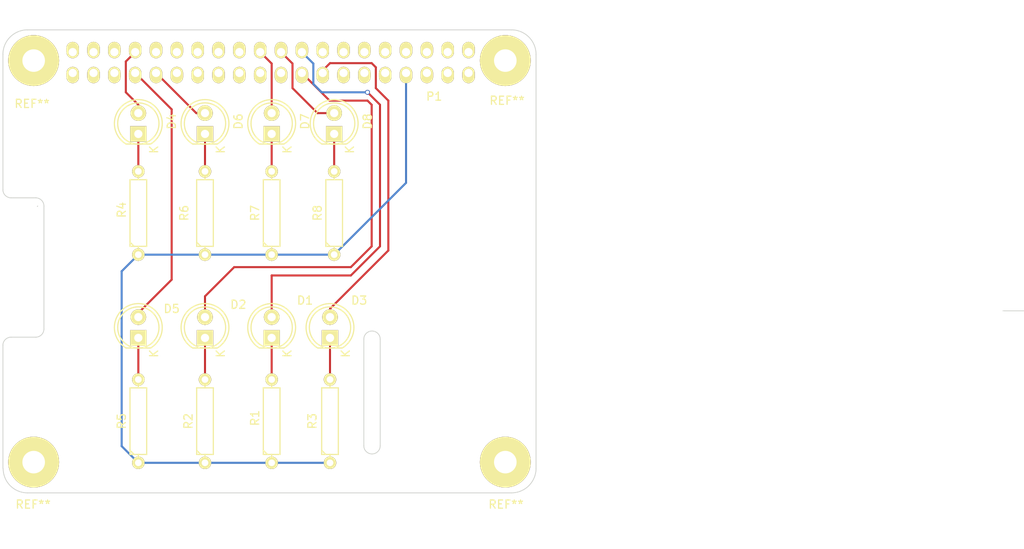
<source format=kicad_pcb>
(kicad_pcb (version 4) (host pcbnew 4.0.2+e4-6225~38~ubuntu14.04.1-stable)

  (general
    (links 31)
    (no_connects 8)
    (area 120.089999 53.44914 247.700001 138.996295)
    (thickness 1.6)
    (drawings 43)
    (tracks 61)
    (zones 0)
    (modules 21)
    (nets 41)
  )

  (page A4)
  (layers
    (0 F.Cu signal)
    (31 B.Cu signal)
    (32 B.Adhes user)
    (33 F.Adhes user)
    (34 B.Paste user)
    (35 F.Paste user)
    (36 B.SilkS user)
    (37 F.SilkS user)
    (38 B.Mask user)
    (39 F.Mask user)
    (40 Dwgs.User user)
    (41 Cmts.User user)
    (42 Eco1.User user hide)
    (43 Eco2.User user hide)
    (44 Edge.Cuts user)
    (45 Margin user)
    (46 B.CrtYd user)
    (47 F.CrtYd user)
    (48 B.Fab user)
    (49 F.Fab user)
  )

  (setup
    (last_trace_width 0.25)
    (trace_clearance 0.2)
    (zone_clearance 0.508)
    (zone_45_only no)
    (trace_min 0.2)
    (segment_width 0.2)
    (edge_width 0.1)
    (via_size 0.6)
    (via_drill 0.4)
    (via_min_size 0.4)
    (via_min_drill 0.3)
    (uvia_size 0.3)
    (uvia_drill 0.1)
    (uvias_allowed no)
    (uvia_min_size 0.2)
    (uvia_min_drill 0.1)
    (pcb_text_width 0.3)
    (pcb_text_size 1.5 1.5)
    (mod_edge_width 0.15)
    (mod_text_size 1 1)
    (mod_text_width 0.15)
    (pad_size 6.2 6.2)
    (pad_drill 2.75)
    (pad_to_mask_clearance 0)
    (aux_axis_origin 185.42 127)
    (visible_elements FFFFFF7F)
    (pcbplotparams
      (layerselection 0x00030_80000001)
      (usegerberextensions false)
      (excludeedgelayer true)
      (linewidth 0.100000)
      (plotframeref false)
      (viasonmask false)
      (mode 1)
      (useauxorigin false)
      (hpglpennumber 1)
      (hpglpenspeed 20)
      (hpglpendiameter 15)
      (hpglpenoverlay 2)
      (psnegative false)
      (psa4output false)
      (plotreference true)
      (plotvalue true)
      (plotinvisibletext false)
      (padsonsilk false)
      (subtractmaskfromsilk false)
      (outputformat 1)
      (mirror false)
      (drillshape 1)
      (scaleselection 1)
      (outputdirectory ""))
  )

  (net 0 "")
  (net 1 "Net-(D1-Pad1)")
  (net 2 /LED5)
  (net 3 "Net-(D2-Pad1)")
  (net 4 /LED6)
  (net 5 "Net-(D3-Pad1)")
  (net 6 /LED7)
  (net 7 "Net-(D4-Pad1)")
  (net 8 /LED8)
  (net 9 "Net-(D5-Pad1)")
  (net 10 /LED1)
  (net 11 "Net-(D6-Pad1)")
  (net 12 /LED2)
  (net 13 "Net-(D7-Pad1)")
  (net 14 /LED3)
  (net 15 "Net-(D8-Pad1)")
  (net 16 /LED4)
  (net 17 "Net-(P1-Pad1)")
  (net 18 "Net-(P1-Pad2)")
  (net 19 "Net-(P1-Pad3)")
  (net 20 "Net-(P1-Pad4)")
  (net 21 "Net-(P1-Pad5)")
  (net 22 GND)
  (net 23 "Net-(P1-Pad11)")
  (net 24 "Net-(P1-Pad12)")
  (net 25 "Net-(P1-Pad13)")
  (net 26 "Net-(P1-Pad15)")
  (net 27 "Net-(P1-Pad17)")
  (net 28 "Net-(P1-Pad18)")
  (net 29 "Net-(P1-Pad22)")
  (net 30 "Net-(P1-Pad27)")
  (net 31 "Net-(P1-Pad28)")
  (net 32 "Net-(P1-Pad29)")
  (net 33 "Net-(P1-Pad31)")
  (net 34 "Net-(P1-Pad32)")
  (net 35 "Net-(P1-Pad33)")
  (net 36 "Net-(P1-Pad35)")
  (net 37 "Net-(P1-Pad36)")
  (net 38 "Net-(P1-Pad37)")
  (net 39 "Net-(P1-Pad40)")
  (net 40 "Net-(P1-Pad16)")

  (net_class Default "This is the default net class."
    (clearance 0.2)
    (trace_width 0.25)
    (via_dia 0.6)
    (via_drill 0.4)
    (uvia_dia 0.3)
    (uvia_drill 0.1)
    (add_net /LED1)
    (add_net /LED2)
    (add_net /LED3)
    (add_net /LED4)
    (add_net /LED5)
    (add_net /LED6)
    (add_net /LED7)
    (add_net /LED8)
    (add_net GND)
    (add_net "Net-(D1-Pad1)")
    (add_net "Net-(D2-Pad1)")
    (add_net "Net-(D3-Pad1)")
    (add_net "Net-(D4-Pad1)")
    (add_net "Net-(D5-Pad1)")
    (add_net "Net-(D6-Pad1)")
    (add_net "Net-(D7-Pad1)")
    (add_net "Net-(D8-Pad1)")
    (add_net "Net-(P1-Pad1)")
    (add_net "Net-(P1-Pad11)")
    (add_net "Net-(P1-Pad12)")
    (add_net "Net-(P1-Pad13)")
    (add_net "Net-(P1-Pad15)")
    (add_net "Net-(P1-Pad16)")
    (add_net "Net-(P1-Pad17)")
    (add_net "Net-(P1-Pad18)")
    (add_net "Net-(P1-Pad2)")
    (add_net "Net-(P1-Pad22)")
    (add_net "Net-(P1-Pad27)")
    (add_net "Net-(P1-Pad28)")
    (add_net "Net-(P1-Pad29)")
    (add_net "Net-(P1-Pad3)")
    (add_net "Net-(P1-Pad31)")
    (add_net "Net-(P1-Pad32)")
    (add_net "Net-(P1-Pad33)")
    (add_net "Net-(P1-Pad35)")
    (add_net "Net-(P1-Pad36)")
    (add_net "Net-(P1-Pad37)")
    (add_net "Net-(P1-Pad4)")
    (add_net "Net-(P1-Pad40)")
    (add_net "Net-(P1-Pad5)")
  )

  (module LEDs:LED-5MM (layer F.Cu) (tedit 5773E8EA) (tstamp 5773CB77)
    (at 155.956 111.252 90)
    (descr "LED 5mm round vertical")
    (tags "LED 5mm round vertical")
    (path /5773C903)
    (fp_text reference D1 (at 4.572 4.064 180) (layer F.SilkS)
      (effects (font (size 1 1) (thickness 0.15)))
    )
    (fp_text value LED (at -2.032 -3.048 180) (layer F.Fab)
      (effects (font (size 1 1) (thickness 0.15)))
    )
    (fp_line (start -1.5 -1.55) (end -1.5 1.55) (layer F.CrtYd) (width 0.05))
    (fp_arc (start 1.3 0) (end -1.5 1.55) (angle -302) (layer F.CrtYd) (width 0.05))
    (fp_arc (start 1.27 0) (end -1.23 -1.5) (angle 297.5) (layer F.SilkS) (width 0.15))
    (fp_line (start -1.23 1.5) (end -1.23 -1.5) (layer F.SilkS) (width 0.15))
    (fp_circle (center 1.27 0) (end 0.97 -2.5) (layer F.SilkS) (width 0.15))
    (fp_text user K (at -1.905 1.905 90) (layer F.SilkS)
      (effects (font (size 1 1) (thickness 0.15)))
    )
    (pad 1 thru_hole rect (at 0 0 180) (size 2 1.9) (drill 1.00076) (layers *.Cu *.Mask F.SilkS)
      (net 1 "Net-(D1-Pad1)"))
    (pad 2 thru_hole circle (at 2.54 0 90) (size 1.9 1.9) (drill 1.00076) (layers *.Cu *.Mask F.SilkS)
      (net 2 /LED5))
    (model LEDs.3dshapes/LED-5MM.wrl
      (at (xyz 0.05 0 0))
      (scale (xyz 1 1 1))
      (rotate (xyz 0 0 90))
    )
  )

  (module LEDs:LED-5MM (layer F.Cu) (tedit 5773E8DA) (tstamp 5773CB7D)
    (at 147.828 111.252 90)
    (descr "LED 5mm round vertical")
    (tags "LED 5mm round vertical")
    (path /5773C904)
    (fp_text reference D2 (at 4.064 4.064 180) (layer F.SilkS)
      (effects (font (size 1 1) (thickness 0.15)))
    )
    (fp_text value LED (at -2.54 -3.556 180) (layer F.Fab)
      (effects (font (size 1 1) (thickness 0.15)))
    )
    (fp_line (start -1.5 -1.55) (end -1.5 1.55) (layer F.CrtYd) (width 0.05))
    (fp_arc (start 1.3 0) (end -1.5 1.55) (angle -302) (layer F.CrtYd) (width 0.05))
    (fp_arc (start 1.27 0) (end -1.23 -1.5) (angle 297.5) (layer F.SilkS) (width 0.15))
    (fp_line (start -1.23 1.5) (end -1.23 -1.5) (layer F.SilkS) (width 0.15))
    (fp_circle (center 1.27 0) (end 0.97 -2.5) (layer F.SilkS) (width 0.15))
    (fp_text user K (at -1.905 1.905 90) (layer F.SilkS)
      (effects (font (size 1 1) (thickness 0.15)))
    )
    (pad 1 thru_hole rect (at 0 0 180) (size 2 1.9) (drill 1.00076) (layers *.Cu *.Mask F.SilkS)
      (net 3 "Net-(D2-Pad1)"))
    (pad 2 thru_hole circle (at 2.54 0 90) (size 1.9 1.9) (drill 1.00076) (layers *.Cu *.Mask F.SilkS)
      (net 4 /LED6))
    (model LEDs.3dshapes/LED-5MM.wrl
      (at (xyz 0.05 0 0))
      (scale (xyz 1 1 1))
      (rotate (xyz 0 0 90))
    )
  )

  (module LEDs:LED-5MM (layer F.Cu) (tedit 5773E8E0) (tstamp 5773CB83)
    (at 163.068 111.252 90)
    (descr "LED 5mm round vertical")
    (tags "LED 5mm round vertical")
    (path /5773C905)
    (fp_text reference D3 (at 4.572 3.556 180) (layer F.SilkS)
      (effects (font (size 1 1) (thickness 0.15)))
    )
    (fp_text value LED (at -2.032 -4.064 180) (layer F.Fab)
      (effects (font (size 1 1) (thickness 0.15)))
    )
    (fp_line (start -1.5 -1.55) (end -1.5 1.55) (layer F.CrtYd) (width 0.05))
    (fp_arc (start 1.3 0) (end -1.5 1.55) (angle -302) (layer F.CrtYd) (width 0.05))
    (fp_arc (start 1.27 0) (end -1.23 -1.5) (angle 297.5) (layer F.SilkS) (width 0.15))
    (fp_line (start -1.23 1.5) (end -1.23 -1.5) (layer F.SilkS) (width 0.15))
    (fp_circle (center 1.27 0) (end 0.97 -2.5) (layer F.SilkS) (width 0.15))
    (fp_text user K (at -1.905 1.905 90) (layer F.SilkS)
      (effects (font (size 1 1) (thickness 0.15)))
    )
    (pad 1 thru_hole rect (at 0 0 180) (size 2 1.9) (drill 1.00076) (layers *.Cu *.Mask F.SilkS)
      (net 5 "Net-(D3-Pad1)"))
    (pad 2 thru_hole circle (at 2.54 0 90) (size 1.9 1.9) (drill 1.00076) (layers *.Cu *.Mask F.SilkS)
      (net 6 /LED7))
    (model LEDs.3dshapes/LED-5MM.wrl
      (at (xyz 0.05 0 0))
      (scale (xyz 1 1 1))
      (rotate (xyz 0 0 90))
    )
  )

  (module LEDs:LED-5MM (layer F.Cu) (tedit 5570F7EA) (tstamp 5773CB89)
    (at 139.7 86.36 90)
    (descr "LED 5mm round vertical")
    (tags "LED 5mm round vertical")
    (path /5773C906)
    (fp_text reference D4 (at 1.524 4.064 90) (layer F.SilkS)
      (effects (font (size 1 1) (thickness 0.15)))
    )
    (fp_text value LED (at 1.524 -3.937 90) (layer F.Fab)
      (effects (font (size 1 1) (thickness 0.15)))
    )
    (fp_line (start -1.5 -1.55) (end -1.5 1.55) (layer F.CrtYd) (width 0.05))
    (fp_arc (start 1.3 0) (end -1.5 1.55) (angle -302) (layer F.CrtYd) (width 0.05))
    (fp_arc (start 1.27 0) (end -1.23 -1.5) (angle 297.5) (layer F.SilkS) (width 0.15))
    (fp_line (start -1.23 1.5) (end -1.23 -1.5) (layer F.SilkS) (width 0.15))
    (fp_circle (center 1.27 0) (end 0.97 -2.5) (layer F.SilkS) (width 0.15))
    (fp_text user K (at -1.905 1.905 90) (layer F.SilkS)
      (effects (font (size 1 1) (thickness 0.15)))
    )
    (pad 1 thru_hole rect (at 0 0 180) (size 2 1.9) (drill 1.00076) (layers *.Cu *.Mask F.SilkS)
      (net 7 "Net-(D4-Pad1)"))
    (pad 2 thru_hole circle (at 2.54 0 90) (size 1.9 1.9) (drill 1.00076) (layers *.Cu *.Mask F.SilkS)
      (net 8 /LED8))
    (model LEDs.3dshapes/LED-5MM.wrl
      (at (xyz 0.05 0 0))
      (scale (xyz 1 1 1))
      (rotate (xyz 0 0 90))
    )
  )

  (module LEDs:LED-5MM (layer F.Cu) (tedit 5773E8F6) (tstamp 5773CB8F)
    (at 139.7 111.252 90)
    (descr "LED 5mm round vertical")
    (tags "LED 5mm round vertical")
    (path /5773C8FF)
    (fp_text reference D5 (at 3.556 4.064 180) (layer F.SilkS)
      (effects (font (size 1 1) (thickness 0.15)))
    )
    (fp_text value LED (at -3.048 -3.556 180) (layer F.Fab)
      (effects (font (size 1 1) (thickness 0.15)))
    )
    (fp_line (start -1.5 -1.55) (end -1.5 1.55) (layer F.CrtYd) (width 0.05))
    (fp_arc (start 1.3 0) (end -1.5 1.55) (angle -302) (layer F.CrtYd) (width 0.05))
    (fp_arc (start 1.27 0) (end -1.23 -1.5) (angle 297.5) (layer F.SilkS) (width 0.15))
    (fp_line (start -1.23 1.5) (end -1.23 -1.5) (layer F.SilkS) (width 0.15))
    (fp_circle (center 1.27 0) (end 0.97 -2.5) (layer F.SilkS) (width 0.15))
    (fp_text user K (at -1.905 1.905 90) (layer F.SilkS)
      (effects (font (size 1 1) (thickness 0.15)))
    )
    (pad 1 thru_hole rect (at 0 0 180) (size 2 1.9) (drill 1.00076) (layers *.Cu *.Mask F.SilkS)
      (net 9 "Net-(D5-Pad1)"))
    (pad 2 thru_hole circle (at 2.54 0 90) (size 1.9 1.9) (drill 1.00076) (layers *.Cu *.Mask F.SilkS)
      (net 10 /LED1))
    (model LEDs.3dshapes/LED-5MM.wrl
      (at (xyz 0.05 0 0))
      (scale (xyz 1 1 1))
      (rotate (xyz 0 0 90))
    )
  )

  (module LEDs:LED-5MM (layer F.Cu) (tedit 5570F7EA) (tstamp 5773CB95)
    (at 147.828 86.36 90)
    (descr "LED 5mm round vertical")
    (tags "LED 5mm round vertical")
    (path /5773C900)
    (fp_text reference D6 (at 1.524 4.064 90) (layer F.SilkS)
      (effects (font (size 1 1) (thickness 0.15)))
    )
    (fp_text value LED (at 1.524 -3.937 90) (layer F.Fab)
      (effects (font (size 1 1) (thickness 0.15)))
    )
    (fp_line (start -1.5 -1.55) (end -1.5 1.55) (layer F.CrtYd) (width 0.05))
    (fp_arc (start 1.3 0) (end -1.5 1.55) (angle -302) (layer F.CrtYd) (width 0.05))
    (fp_arc (start 1.27 0) (end -1.23 -1.5) (angle 297.5) (layer F.SilkS) (width 0.15))
    (fp_line (start -1.23 1.5) (end -1.23 -1.5) (layer F.SilkS) (width 0.15))
    (fp_circle (center 1.27 0) (end 0.97 -2.5) (layer F.SilkS) (width 0.15))
    (fp_text user K (at -1.905 1.905 90) (layer F.SilkS)
      (effects (font (size 1 1) (thickness 0.15)))
    )
    (pad 1 thru_hole rect (at 0 0 180) (size 2 1.9) (drill 1.00076) (layers *.Cu *.Mask F.SilkS)
      (net 11 "Net-(D6-Pad1)"))
    (pad 2 thru_hole circle (at 2.54 0 90) (size 1.9 1.9) (drill 1.00076) (layers *.Cu *.Mask F.SilkS)
      (net 12 /LED2))
    (model LEDs.3dshapes/LED-5MM.wrl
      (at (xyz 0.05 0 0))
      (scale (xyz 1 1 1))
      (rotate (xyz 0 0 90))
    )
  )

  (module LEDs:LED-5MM (layer F.Cu) (tedit 5570F7EA) (tstamp 5773CB9B)
    (at 155.956 86.36 90)
    (descr "LED 5mm round vertical")
    (tags "LED 5mm round vertical")
    (path /5773C902)
    (fp_text reference D7 (at 1.524 4.064 90) (layer F.SilkS)
      (effects (font (size 1 1) (thickness 0.15)))
    )
    (fp_text value LED (at 1.524 -3.937 90) (layer F.Fab)
      (effects (font (size 1 1) (thickness 0.15)))
    )
    (fp_line (start -1.5 -1.55) (end -1.5 1.55) (layer F.CrtYd) (width 0.05))
    (fp_arc (start 1.3 0) (end -1.5 1.55) (angle -302) (layer F.CrtYd) (width 0.05))
    (fp_arc (start 1.27 0) (end -1.23 -1.5) (angle 297.5) (layer F.SilkS) (width 0.15))
    (fp_line (start -1.23 1.5) (end -1.23 -1.5) (layer F.SilkS) (width 0.15))
    (fp_circle (center 1.27 0) (end 0.97 -2.5) (layer F.SilkS) (width 0.15))
    (fp_text user K (at -1.905 1.905 90) (layer F.SilkS)
      (effects (font (size 1 1) (thickness 0.15)))
    )
    (pad 1 thru_hole rect (at 0 0 180) (size 2 1.9) (drill 1.00076) (layers *.Cu *.Mask F.SilkS)
      (net 13 "Net-(D7-Pad1)"))
    (pad 2 thru_hole circle (at 2.54 0 90) (size 1.9 1.9) (drill 1.00076) (layers *.Cu *.Mask F.SilkS)
      (net 14 /LED3))
    (model LEDs.3dshapes/LED-5MM.wrl
      (at (xyz 0.05 0 0))
      (scale (xyz 1 1 1))
      (rotate (xyz 0 0 90))
    )
  )

  (module LEDs:LED-5MM (layer F.Cu) (tedit 5773E863) (tstamp 5773CBA1)
    (at 163.576 86.36 90)
    (descr "LED 5mm round vertical")
    (tags "LED 5mm round vertical")
    (path /5773C901)
    (fp_text reference D8 (at 1.524 4.064 90) (layer F.SilkS)
      (effects (font (size 1 1) (thickness 0.15)))
    )
    (fp_text value LED (at -4.064 -4.572 90) (layer F.Fab)
      (effects (font (size 1 1) (thickness 0.15)))
    )
    (fp_line (start -1.5 -1.55) (end -1.5 1.55) (layer F.CrtYd) (width 0.05))
    (fp_arc (start 1.3 0) (end -1.5 1.55) (angle -302) (layer F.CrtYd) (width 0.05))
    (fp_arc (start 1.27 0) (end -1.23 -1.5) (angle 297.5) (layer F.SilkS) (width 0.15))
    (fp_line (start -1.23 1.5) (end -1.23 -1.5) (layer F.SilkS) (width 0.15))
    (fp_circle (center 1.27 0) (end 0.97 -2.5) (layer F.SilkS) (width 0.15))
    (fp_text user K (at -1.905 1.905 90) (layer F.SilkS)
      (effects (font (size 1 1) (thickness 0.15)))
    )
    (pad 1 thru_hole rect (at 0 0 180) (size 2 1.9) (drill 1.00076) (layers *.Cu *.Mask F.SilkS)
      (net 15 "Net-(D8-Pad1)"))
    (pad 2 thru_hole circle (at 2.54 0 90) (size 1.9 1.9) (drill 1.00076) (layers *.Cu *.Mask F.SilkS)
      (net 16 /LED4))
    (model LEDs.3dshapes/LED-5MM.wrl
      (at (xyz 0.05 0 0))
      (scale (xyz 1 1 1))
      (rotate (xyz 0 0 90))
    )
  )

  (module kicad:rpi_hat_ambrose (layer F.Cu) (tedit 5773E7D7) (tstamp 5773CBCD)
    (at 155.829 80.1878)
    (path /5773C907)
    (fp_text reference P1 (at 19.939 1.6002) (layer F.SilkS)
      (effects (font (size 1 1) (thickness 0.15)))
    )
    (fp_text value Raspberry_Pi_Ambrose (at 0 -6.35) (layer F.Fab)
      (effects (font (size 1 1) (thickness 0.15)))
    )
    (pad 1 thru_hole oval (at -24.13 -3.81) (size 1.524 1.99898) (drill 1.0076 (offset 0 -0.24892)) (layers *.Cu *.Mask F.SilkS)
      (net 17 "Net-(P1-Pad1)"))
    (pad 2 thru_hole oval (at -24.13 -1.27) (size 1.524 1.99898) (drill 1.0076 (offset 0 0.24892)) (layers *.Cu *.Mask F.SilkS)
      (net 18 "Net-(P1-Pad2)"))
    (pad 3 thru_hole oval (at -21.59 -3.81) (size 1.524 1.99898) (drill 1.0076 (offset 0 -0.24892)) (layers *.Cu *.Mask F.SilkS)
      (net 19 "Net-(P1-Pad3)"))
    (pad 4 thru_hole oval (at -21.59 -1.27) (size 1.524 1.99898) (drill 1.0076 (offset 0 0.24892)) (layers *.Cu *.Mask F.SilkS)
      (net 20 "Net-(P1-Pad4)"))
    (pad 5 thru_hole oval (at -19.05 -3.81) (size 1.524 1.99898) (drill 1.0076 (offset 0 -0.24892)) (layers *.Cu *.Mask F.SilkS)
      (net 21 "Net-(P1-Pad5)"))
    (pad 6 thru_hole oval (at -19.05 -1.27) (size 1.524 1.99898) (drill 1.0076 (offset 0 0.24892)) (layers *.Cu *.Mask F.SilkS)
      (net 22 GND))
    (pad 7 thru_hole oval (at -16.51 -3.81) (size 1.524 1.99898) (drill 1.0076 (offset 0 -0.24892)) (layers *.Cu *.Mask F.SilkS)
      (net 8 /LED8))
    (pad 8 thru_hole oval (at -16.51 -1.27) (size 1.524 1.99898) (drill 1.0076 (offset 0 0.24892)) (layers *.Cu *.Mask F.SilkS)
      (net 10 /LED1))
    (pad 9 thru_hole oval (at -13.97 -3.81) (size 1.524 1.99898) (drill 1.0076 (offset 0 -0.24892)) (layers *.Cu *.Mask F.SilkS)
      (net 22 GND))
    (pad 10 thru_hole oval (at -13.97 -1.27) (size 1.524 1.99898) (drill 1.0076 (offset 0 0.24892)) (layers *.Cu *.Mask F.SilkS)
      (net 12 /LED2))
    (pad 11 thru_hole oval (at -11.43 -3.81) (size 1.524 1.99898) (drill 1.0076 (offset 0 -0.24892)) (layers *.Cu *.Mask F.SilkS)
      (net 23 "Net-(P1-Pad11)"))
    (pad 12 thru_hole oval (at -11.43 -1.27) (size 1.524 1.99898) (drill 1.0076 (offset 0 0.24892)) (layers *.Cu *.Mask F.SilkS)
      (net 24 "Net-(P1-Pad12)"))
    (pad 13 thru_hole oval (at -8.89 -3.81) (size 1.524 1.99898) (drill 1.0076 (offset 0 -0.24892)) (layers *.Cu *.Mask F.SilkS)
      (net 25 "Net-(P1-Pad13)"))
    (pad 15 thru_hole oval (at -6.35 -3.81) (size 1.524 1.99898) (drill 1.0076 (offset 0 -0.24892)) (layers *.Cu *.Mask F.SilkS)
      (net 26 "Net-(P1-Pad15)"))
    (pad 17 thru_hole oval (at -3.81 -3.81) (size 1.524 1.99898) (drill 1.0076 (offset 0 -0.24892)) (layers *.Cu *.Mask F.SilkS)
      (net 27 "Net-(P1-Pad17)"))
    (pad 18 thru_hole oval (at -3.81 -1.27) (size 1.524 1.99898) (drill 1.0076 (offset 0 0.24892)) (layers *.Cu *.Mask F.SilkS)
      (net 28 "Net-(P1-Pad18)"))
    (pad 19 thru_hole oval (at -1.27 -3.81) (size 1.524 1.99898) (drill 1.0076 (offset 0 -0.24892)) (layers *.Cu *.Mask F.SilkS)
      (net 14 /LED3))
    (pad 20 thru_hole oval (at -1.27 -1.27) (size 1.524 1.99898) (drill 1.0076 (offset 0 0.24892)) (layers *.Cu *.Mask F.SilkS)
      (net 22 GND))
    (pad 21 thru_hole oval (at 1.27 -3.81) (size 1.524 1.99898) (drill 1.0076 (offset 0 -0.24892)) (layers *.Cu *.Mask F.SilkS)
      (net 16 /LED4))
    (pad 22 thru_hole oval (at 1.27 -1.27) (size 1.524 1.99898) (drill 1.0076 (offset 0 0.24892)) (layers *.Cu *.Mask F.SilkS)
      (net 29 "Net-(P1-Pad22)"))
    (pad 23 thru_hole oval (at 3.81 -3.81) (size 1.524 1.99898) (drill 1.0076 (offset 0 -0.24892)) (layers *.Cu *.Mask F.SilkS)
      (net 2 /LED5))
    (pad 24 thru_hole oval (at 3.81 -1.27) (size 1.524 1.99898) (drill 1.0076 (offset 0 0.24892)) (layers *.Cu *.Mask F.SilkS)
      (net 4 /LED6))
    (pad 25 thru_hole oval (at 6.35 -3.81) (size 1.524 1.99898) (drill 1.0076 (offset 0 -0.24892)) (layers *.Cu *.Mask F.SilkS)
      (net 22 GND))
    (pad 26 thru_hole oval (at 6.35 -1.27) (size 1.524 1.99898) (drill 1.0076 (offset 0 0.24892)) (layers *.Cu *.Mask F.SilkS)
      (net 6 /LED7))
    (pad 27 thru_hole oval (at 8.89 -3.81) (size 1.524 1.99898) (drill 1.0076 (offset 0 -0.24892)) (layers *.Cu *.Mask F.SilkS)
      (net 30 "Net-(P1-Pad27)"))
    (pad 28 thru_hole oval (at 8.89 -1.27) (size 1.524 1.99898) (drill 1.0076 (offset 0 0.24892)) (layers *.Cu *.Mask F.SilkS)
      (net 31 "Net-(P1-Pad28)"))
    (pad 29 thru_hole oval (at 11.43 -3.81) (size 1.524 1.99898) (drill 1.0076 (offset 0 -0.24892)) (layers *.Cu *.Mask F.SilkS)
      (net 32 "Net-(P1-Pad29)"))
    (pad 31 thru_hole oval (at 13.97 -3.81) (size 1.524 1.99898) (drill 1.0076 (offset 0 -0.24892)) (layers *.Cu *.Mask F.SilkS)
      (net 33 "Net-(P1-Pad31)"))
    (pad 32 thru_hole oval (at 13.97 -1.27) (size 1.524 1.99898) (drill 1.0076 (offset 0 0.24892)) (layers *.Cu *.Mask F.SilkS)
      (net 34 "Net-(P1-Pad32)"))
    (pad 33 thru_hole oval (at 16.51 -3.81) (size 1.524 1.99898) (drill 1.0076 (offset 0 -0.24892)) (layers *.Cu *.Mask F.SilkS)
      (net 35 "Net-(P1-Pad33)"))
    (pad 34 thru_hole oval (at 16.51 -1.27) (size 1.524 1.99898) (drill 1.0076 (offset 0 0.24892)) (layers *.Cu *.Mask F.SilkS)
      (net 22 GND))
    (pad 35 thru_hole oval (at 19.05 -3.81) (size 1.524 1.99898) (drill 1.0076 (offset 0 -0.24892)) (layers *.Cu *.Mask F.SilkS)
      (net 36 "Net-(P1-Pad35)"))
    (pad 36 thru_hole oval (at 19.05 -1.27) (size 1.524 1.99898) (drill 1.0076 (offset 0 0.24892)) (layers *.Cu *.Mask F.SilkS)
      (net 37 "Net-(P1-Pad36)"))
    (pad 37 thru_hole oval (at 21.59 -3.81) (size 1.524 1.99898) (drill 1.0076 (offset 0 -0.24892)) (layers *.Cu *.Mask F.SilkS)
      (net 38 "Net-(P1-Pad37)"))
    (pad 38 thru_hole oval (at 21.59 -1.27) (size 1.524 1.99898) (drill 1.0076 (offset 0 0.24892)) (layers *.Cu *.Mask F.SilkS))
    (pad 39 thru_hole oval (at 24.13 -3.81) (size 1.524 1.99898) (drill 1.0076 (offset 0 -0.24892)) (layers *.Cu *.Mask F.SilkS)
      (net 22 GND))
    (pad 40 thru_hole oval (at 24.13 -1.27) (size 1.524 1.99898) (drill 1.0076 (offset 0 0.24892)) (layers *.Cu *.Mask F.SilkS)
      (net 39 "Net-(P1-Pad40)"))
    (pad 14 thru_hole oval (at -8.89 -1.27) (size 1.524 1.99898) (drill 1.0076 (offset 0 0.24892)) (layers *.Cu *.Mask F.SilkS)
      (net 22 GND))
    (pad 16 thru_hole oval (at -6.35 -1.27) (size 1.524 1.99898) (drill 1.0076 (offset 0 0.24892)) (layers *.Cu *.Mask F.SilkS)
      (net 40 "Net-(P1-Pad16)"))
    (pad 30 thru_hole oval (at 11.43 -1.27) (size 1.524 1.99898) (drill 1.0076 (offset 0 0.24892)) (layers *.Cu *.Mask F.SilkS)
      (net 22 GND))
  )

  (module Discret:R4 (layer F.Cu) (tedit 5773E81A) (tstamp 5773CBD3)
    (at 155.956 121.412 90)
    (descr "Resitance 4 pas")
    (tags R)
    (path /5773C8F3)
    (fp_text reference R1 (at 0.381 -2.032 90) (layer F.SilkS)
      (effects (font (size 1 1) (thickness 0.15)))
    )
    (fp_text value R (at 0 0 90) (layer F.Fab)
      (effects (font (size 1 1) (thickness 0.15)))
    )
    (fp_line (start -5.08 0) (end -4.064 0) (layer F.SilkS) (width 0.15))
    (fp_line (start -4.064 0) (end -4.064 -1.016) (layer F.SilkS) (width 0.15))
    (fp_line (start -4.064 -1.016) (end 4.064 -1.016) (layer F.SilkS) (width 0.15))
    (fp_line (start 4.064 -1.016) (end 4.064 1.016) (layer F.SilkS) (width 0.15))
    (fp_line (start 4.064 1.016) (end -4.064 1.016) (layer F.SilkS) (width 0.15))
    (fp_line (start -4.064 1.016) (end -4.064 0) (layer F.SilkS) (width 0.15))
    (fp_line (start -4.064 -0.508) (end -3.556 -1.016) (layer F.SilkS) (width 0.15))
    (fp_line (start 5.08 0) (end 4.064 0) (layer F.SilkS) (width 0.15))
    (pad 1 thru_hole circle (at -5.08 0 90) (size 1.524 1.524) (drill 0.8128) (layers *.Cu *.Mask F.SilkS)
      (net 22 GND))
    (pad 2 thru_hole circle (at 5.08 0 90) (size 1.524 1.524) (drill 0.8128) (layers *.Cu *.Mask F.SilkS)
      (net 1 "Net-(D1-Pad1)"))
    (model Discret.3dshapes/R4.wrl
      (at (xyz 0 0 0))
      (scale (xyz 0.4 0.4 0.4))
      (rotate (xyz 0 0 0))
    )
  )

  (module Discret:R4 (layer F.Cu) (tedit 5773E8EE) (tstamp 5773CBD9)
    (at 147.828 121.412 90)
    (descr "Resitance 4 pas")
    (tags R)
    (path /5773C8F4)
    (fp_text reference R2 (at 0 -2.032 90) (layer F.SilkS)
      (effects (font (size 1 1) (thickness 0.15)))
    )
    (fp_text value R (at 0 0 90) (layer F.Fab)
      (effects (font (size 1 1) (thickness 0.15)))
    )
    (fp_line (start -5.08 0) (end -4.064 0) (layer F.SilkS) (width 0.15))
    (fp_line (start -4.064 0) (end -4.064 -1.016) (layer F.SilkS) (width 0.15))
    (fp_line (start -4.064 -1.016) (end 4.064 -1.016) (layer F.SilkS) (width 0.15))
    (fp_line (start 4.064 -1.016) (end 4.064 1.016) (layer F.SilkS) (width 0.15))
    (fp_line (start 4.064 1.016) (end -4.064 1.016) (layer F.SilkS) (width 0.15))
    (fp_line (start -4.064 1.016) (end -4.064 0) (layer F.SilkS) (width 0.15))
    (fp_line (start -4.064 -0.508) (end -3.556 -1.016) (layer F.SilkS) (width 0.15))
    (fp_line (start 5.08 0) (end 4.064 0) (layer F.SilkS) (width 0.15))
    (pad 1 thru_hole circle (at -5.08 0 90) (size 1.524 1.524) (drill 0.8128) (layers *.Cu *.Mask F.SilkS)
      (net 22 GND))
    (pad 2 thru_hole circle (at 5.08 0 90) (size 1.524 1.524) (drill 0.8128) (layers *.Cu *.Mask F.SilkS)
      (net 3 "Net-(D2-Pad1)"))
    (model Discret.3dshapes/R4.wrl
      (at (xyz 0 0 0))
      (scale (xyz 0.4 0.4 0.4))
      (rotate (xyz 0 0 0))
    )
  )

  (module Discret:R4 (layer F.Cu) (tedit 5773E7B2) (tstamp 5773CBDF)
    (at 163.068 121.412 90)
    (descr "Resitance 4 pas")
    (tags R)
    (path /5773C8F5)
    (fp_text reference R3 (at 0 -2.159 90) (layer F.SilkS)
      (effects (font (size 1 1) (thickness 0.15)))
    )
    (fp_text value R (at 0 -0.127 90) (layer F.Fab)
      (effects (font (size 1 1) (thickness 0.15)))
    )
    (fp_line (start -5.08 0) (end -4.064 0) (layer F.SilkS) (width 0.15))
    (fp_line (start -4.064 0) (end -4.064 -1.016) (layer F.SilkS) (width 0.15))
    (fp_line (start -4.064 -1.016) (end 4.064 -1.016) (layer F.SilkS) (width 0.15))
    (fp_line (start 4.064 -1.016) (end 4.064 1.016) (layer F.SilkS) (width 0.15))
    (fp_line (start 4.064 1.016) (end -4.064 1.016) (layer F.SilkS) (width 0.15))
    (fp_line (start -4.064 1.016) (end -4.064 0) (layer F.SilkS) (width 0.15))
    (fp_line (start -4.064 -0.508) (end -3.556 -1.016) (layer F.SilkS) (width 0.15))
    (fp_line (start 5.08 0) (end 4.064 0) (layer F.SilkS) (width 0.15))
    (pad 1 thru_hole circle (at -5.08 0 90) (size 1.524 1.524) (drill 0.8128) (layers *.Cu *.Mask F.SilkS)
      (net 22 GND))
    (pad 2 thru_hole circle (at 5.08 0 90) (size 1.524 1.524) (drill 0.8128) (layers *.Cu *.Mask F.SilkS)
      (net 5 "Net-(D3-Pad1)"))
    (model Discret.3dshapes/R4.wrl
      (at (xyz 0 0 0))
      (scale (xyz 0.4 0.4 0.4))
      (rotate (xyz 0 0 0))
    )
  )

  (module Discret:R4 (layer F.Cu) (tedit 5773E35A) (tstamp 5773CBE5)
    (at 139.7 96.012 90)
    (descr "Resitance 4 pas")
    (tags R)
    (path /5773C8F6)
    (fp_text reference R4 (at 0.381 -2.032 90) (layer F.SilkS)
      (effects (font (size 1 1) (thickness 0.15)))
    )
    (fp_text value R (at 0 0 90) (layer F.Fab)
      (effects (font (size 1 1) (thickness 0.15)))
    )
    (fp_line (start -5.08 0) (end -4.064 0) (layer F.SilkS) (width 0.15))
    (fp_line (start -4.064 0) (end -4.064 -1.016) (layer F.SilkS) (width 0.15))
    (fp_line (start -4.064 -1.016) (end 4.064 -1.016) (layer F.SilkS) (width 0.15))
    (fp_line (start 4.064 -1.016) (end 4.064 1.016) (layer F.SilkS) (width 0.15))
    (fp_line (start 4.064 1.016) (end -4.064 1.016) (layer F.SilkS) (width 0.15))
    (fp_line (start -4.064 1.016) (end -4.064 0) (layer F.SilkS) (width 0.15))
    (fp_line (start -4.064 -0.508) (end -3.556 -1.016) (layer F.SilkS) (width 0.15))
    (fp_line (start 5.08 0) (end 4.064 0) (layer F.SilkS) (width 0.15))
    (pad 1 thru_hole circle (at -5.08 0 90) (size 1.524 1.524) (drill 0.8128) (layers *.Cu *.Mask F.SilkS)
      (net 22 GND))
    (pad 2 thru_hole circle (at 5.08 0 90) (size 1.524 1.524) (drill 0.8128) (layers *.Cu *.Mask F.SilkS)
      (net 7 "Net-(D4-Pad1)"))
    (model Discret.3dshapes/R4.wrl
      (at (xyz 0 0 0))
      (scale (xyz 0.4 0.4 0.4))
      (rotate (xyz 0 0 0))
    )
  )

  (module Discret:R4 (layer F.Cu) (tedit 5773E8F2) (tstamp 5773CBEB)
    (at 139.7 121.412 90)
    (descr "Resitance 4 pas")
    (tags R)
    (path /5773C8EF)
    (fp_text reference R5 (at 0 -2.032 90) (layer F.SilkS)
      (effects (font (size 1 1) (thickness 0.15)))
    )
    (fp_text value R (at 0 0 90) (layer F.Fab)
      (effects (font (size 1 1) (thickness 0.15)))
    )
    (fp_line (start -5.08 0) (end -4.064 0) (layer F.SilkS) (width 0.15))
    (fp_line (start -4.064 0) (end -4.064 -1.016) (layer F.SilkS) (width 0.15))
    (fp_line (start -4.064 -1.016) (end 4.064 -1.016) (layer F.SilkS) (width 0.15))
    (fp_line (start 4.064 -1.016) (end 4.064 1.016) (layer F.SilkS) (width 0.15))
    (fp_line (start 4.064 1.016) (end -4.064 1.016) (layer F.SilkS) (width 0.15))
    (fp_line (start -4.064 1.016) (end -4.064 0) (layer F.SilkS) (width 0.15))
    (fp_line (start -4.064 -0.508) (end -3.556 -1.016) (layer F.SilkS) (width 0.15))
    (fp_line (start 5.08 0) (end 4.064 0) (layer F.SilkS) (width 0.15))
    (pad 1 thru_hole circle (at -5.08 0 90) (size 1.524 1.524) (drill 0.8128) (layers *.Cu *.Mask F.SilkS)
      (net 22 GND))
    (pad 2 thru_hole circle (at 5.08 0 90) (size 1.524 1.524) (drill 0.8128) (layers *.Cu *.Mask F.SilkS)
      (net 9 "Net-(D5-Pad1)"))
    (model Discret.3dshapes/R4.wrl
      (at (xyz 0 0 0))
      (scale (xyz 0.4 0.4 0.4))
      (rotate (xyz 0 0 0))
    )
  )

  (module Discret:R4 (layer F.Cu) (tedit 5773E84E) (tstamp 5773CBF1)
    (at 147.828 96.012 90)
    (descr "Resitance 4 pas")
    (tags R)
    (path /5773C8F0)
    (fp_text reference R6 (at 0 -2.54 90) (layer F.SilkS)
      (effects (font (size 1 1) (thickness 0.15)))
    )
    (fp_text value R (at 0 0 90) (layer F.Fab)
      (effects (font (size 1 1) (thickness 0.15)))
    )
    (fp_line (start -5.08 0) (end -4.064 0) (layer F.SilkS) (width 0.15))
    (fp_line (start -4.064 0) (end -4.064 -1.016) (layer F.SilkS) (width 0.15))
    (fp_line (start -4.064 -1.016) (end 4.064 -1.016) (layer F.SilkS) (width 0.15))
    (fp_line (start 4.064 -1.016) (end 4.064 1.016) (layer F.SilkS) (width 0.15))
    (fp_line (start 4.064 1.016) (end -4.064 1.016) (layer F.SilkS) (width 0.15))
    (fp_line (start -4.064 1.016) (end -4.064 0) (layer F.SilkS) (width 0.15))
    (fp_line (start -4.064 -0.508) (end -3.556 -1.016) (layer F.SilkS) (width 0.15))
    (fp_line (start 5.08 0) (end 4.064 0) (layer F.SilkS) (width 0.15))
    (pad 1 thru_hole circle (at -5.08 0 90) (size 1.524 1.524) (drill 0.8128) (layers *.Cu *.Mask F.SilkS)
      (net 22 GND))
    (pad 2 thru_hole circle (at 5.08 0 90) (size 1.524 1.524) (drill 0.8128) (layers *.Cu *.Mask F.SilkS)
      (net 11 "Net-(D6-Pad1)"))
    (model Discret.3dshapes/R4.wrl
      (at (xyz 0 0 0))
      (scale (xyz 0.4 0.4 0.4))
      (rotate (xyz 0 0 0))
    )
  )

  (module Discret:R4 (layer F.Cu) (tedit 5773E900) (tstamp 5773CBF7)
    (at 155.956 96.012 90)
    (descr "Resitance 4 pas")
    (tags R)
    (path /5773C8F1)
    (fp_text reference R7 (at 0 -2.032 90) (layer F.SilkS)
      (effects (font (size 1 1) (thickness 0.15)))
    )
    (fp_text value R (at 0 0 90) (layer F.Fab)
      (effects (font (size 1 1) (thickness 0.15)))
    )
    (fp_line (start -5.08 0) (end -4.064 0) (layer F.SilkS) (width 0.15))
    (fp_line (start -4.064 0) (end -4.064 -1.016) (layer F.SilkS) (width 0.15))
    (fp_line (start -4.064 -1.016) (end 4.064 -1.016) (layer F.SilkS) (width 0.15))
    (fp_line (start 4.064 -1.016) (end 4.064 1.016) (layer F.SilkS) (width 0.15))
    (fp_line (start 4.064 1.016) (end -4.064 1.016) (layer F.SilkS) (width 0.15))
    (fp_line (start -4.064 1.016) (end -4.064 0) (layer F.SilkS) (width 0.15))
    (fp_line (start -4.064 -0.508) (end -3.556 -1.016) (layer F.SilkS) (width 0.15))
    (fp_line (start 5.08 0) (end 4.064 0) (layer F.SilkS) (width 0.15))
    (pad 1 thru_hole circle (at -5.08 0 90) (size 1.524 1.524) (drill 0.8128) (layers *.Cu *.Mask F.SilkS)
      (net 22 GND))
    (pad 2 thru_hole circle (at 5.08 0 90) (size 1.524 1.524) (drill 0.8128) (layers *.Cu *.Mask F.SilkS)
      (net 13 "Net-(D7-Pad1)"))
    (model Discret.3dshapes/R4.wrl
      (at (xyz 0 0 0))
      (scale (xyz 0.4 0.4 0.4))
      (rotate (xyz 0 0 0))
    )
  )

  (module Discret:R4 (layer F.Cu) (tedit 5773E82D) (tstamp 5773CBFD)
    (at 163.576 96.012 90)
    (descr "Resitance 4 pas")
    (tags R)
    (path /5773C8F2)
    (fp_text reference R8 (at 0 -2.032 90) (layer F.SilkS)
      (effects (font (size 1 1) (thickness 0.15)))
    )
    (fp_text value R (at 0 0 90) (layer F.Fab)
      (effects (font (size 1 1) (thickness 0.15)))
    )
    (fp_line (start -5.08 0) (end -4.064 0) (layer F.SilkS) (width 0.15))
    (fp_line (start -4.064 0) (end -4.064 -1.016) (layer F.SilkS) (width 0.15))
    (fp_line (start -4.064 -1.016) (end 4.064 -1.016) (layer F.SilkS) (width 0.15))
    (fp_line (start 4.064 -1.016) (end 4.064 1.016) (layer F.SilkS) (width 0.15))
    (fp_line (start 4.064 1.016) (end -4.064 1.016) (layer F.SilkS) (width 0.15))
    (fp_line (start -4.064 1.016) (end -4.064 0) (layer F.SilkS) (width 0.15))
    (fp_line (start -4.064 -0.508) (end -3.556 -1.016) (layer F.SilkS) (width 0.15))
    (fp_line (start 5.08 0) (end 4.064 0) (layer F.SilkS) (width 0.15))
    (pad 1 thru_hole circle (at -5.08 0 90) (size 1.524 1.524) (drill 0.8128) (layers *.Cu *.Mask F.SilkS)
      (net 22 GND))
    (pad 2 thru_hole circle (at 5.08 0 90) (size 1.524 1.524) (drill 0.8128) (layers *.Cu *.Mask F.SilkS)
      (net 15 "Net-(D8-Pad1)"))
    (model Discret.3dshapes/R4.wrl
      (at (xyz 0 0 0))
      (scale (xyz 0.4 0.4 0.4))
      (rotate (xyz 0 0 0))
    )
  )

  (module kicad:hole_of_pi (layer F.Cu) (tedit 5773DDDA) (tstamp 5773DCA1)
    (at 184.658 77.216)
    (fp_text reference REF** (at 0 5.08) (layer F.SilkS)
      (effects (font (size 1 1) (thickness 0.15)))
    )
    (fp_text value hole_of_pi (at 0 -6.35) (layer F.Fab)
      (effects (font (size 1 1) (thickness 0.15)))
    )
    (pad 1 thru_hole circle (at -0.218 0.194) (size 6.2 6.2) (drill 2.75) (layers *.Cu *.Mask F.SilkS))
  )

  (module kicad:hole_of_pi (layer F.Cu) (tedit 5773DDD2) (tstamp 5773DCC1)
    (at 184.531 126.492)
    (fp_text reference REF** (at 0 5.08) (layer F.SilkS)
      (effects (font (size 1 1) (thickness 0.15)))
    )
    (fp_text value hole_of_pi (at 0 -6.35) (layer F.Fab)
      (effects (font (size 1 1) (thickness 0.15)))
    )
    (pad 1 thru_hole circle (at -0.091 -0.082) (size 6.2 6.2) (drill 2.75) (layers *.Cu *.Mask F.SilkS))
  )

  (module kicad:hole_of_pi (layer F.Cu) (tedit 5773DDBB) (tstamp 5773DCC3)
    (at 126.873 126.492)
    (fp_text reference REF** (at 0 5.08) (layer F.SilkS)
      (effects (font (size 1 1) (thickness 0.15)))
    )
    (fp_text value hole_of_pi (at 0 -6.35) (layer F.Fab)
      (effects (font (size 1 1) (thickness 0.15)))
    )
    (pad 1 thru_hole circle (at 0.067 -0.082) (size 6.2 6.2) (drill 2.75) (layers *.Cu *.Mask F.SilkS))
  )

  (module kicad:hole_of_pi (layer F.Cu) (tedit 5773DDB5) (tstamp 5773DCC4)
    (at 126.746 77.597)
    (fp_text reference REF** (at 0 5.08) (layer F.SilkS)
      (effects (font (size 1 1) (thickness 0.15)))
    )
    (fp_text value hole_of_pi (at 0 -6.35) (layer F.Fab)
      (effects (font (size 1 1) (thickness 0.15)))
    )
    (pad 1 thru_hole circle (at 0.194 -0.187) (size 6.2 6.2) (drill 2.75) (layers *.Cu *.Mask F.SilkS))
  )

  (dimension 56.515143 (width 0.3) (layer Dwgs.User)
    (gr_text "56.5 mm" (at 200.925253 101.867673 270.1287543) (layer Dwgs.User)
      (effects (font (size 1.5 1.5) (thickness 0.3)))
    )
    (feature1 (pts (xy 178.689 73.66) (xy 202.21175 73.60714)))
    (feature2 (pts (xy 178.816 130.175) (xy 202.33875 130.12214)))
    (crossbar (pts (xy 199.638757 130.128207) (xy 199.511757 73.613207)))
    (arrow1a (pts (xy 199.511757 73.613207) (xy 200.100708 74.73839)))
    (arrow1b (pts (xy 199.511757 73.613207) (xy 198.927869 74.741026)))
    (arrow2a (pts (xy 199.638757 130.128207) (xy 200.222645 129.000388)))
    (arrow2b (pts (xy 199.638757 130.128207) (xy 199.049806 129.003024)))
  )
  (dimension 64.998645 (width 0.3) (layer Dwgs.User)
    (gr_text "65 mm" (at 155.701325 137.608195 359.9328303) (layer Dwgs.User)
      (effects (font (size 1.5 1.5) (thickness 0.3)))
    )
    (feature1 (pts (xy 188.214 126.238) (xy 188.199043 138.996294)))
    (feature2 (pts (xy 123.2154 126.1618) (xy 123.200443 138.920094)))
    (crossbar (pts (xy 123.203608 136.220096) (xy 188.202208 136.296296)))
    (arrow1a (pts (xy 188.202208 136.296296) (xy 187.075018 136.881396)))
    (arrow1b (pts (xy 188.202208 136.296296) (xy 187.076392 135.708555)))
    (arrow2a (pts (xy 123.203608 136.220096) (xy 124.329424 136.807837)))
    (arrow2b (pts (xy 123.203608 136.220096) (xy 124.330798 135.634996)))
  )
  (gr_arc (start 168.19 111.41) (end 167.19 111.41) (angle 180) (layer Edge.Cuts) (width 0.1))
  (gr_arc (start 168.19 124.41) (end 169.19 124.41) (angle 180) (layer Edge.Cuts) (width 0.1))
  (gr_line (start 169.19 124.41) (end 169.19 111.41) (angle 90) (layer Edge.Cuts) (width 0.1))
  (gr_line (start 167.19 111.41) (end 167.19 124.41) (angle 90) (layer Edge.Cuts) (width 0.1))
  (gr_arc (start 126.19 76.66) (end 123.19 76.66) (angle 90) (layer Edge.Cuts) (width 0.1))
  (gr_arc (start 127.19 95.16) (end 127.19 94.16) (angle 90) (layer Edge.Cuts) (width 0.1))
  (gr_arc (start 124.19 93.16) (end 124.19 94.16) (angle 90) (layer Edge.Cuts) (width 0.1))
  (gr_arc (start 127.381 95.16) (end 127.4318 95.16) (angle 90) (layer Edge.Cuts) (width 0.1))
  (gr_arc (start 127.19 110.16) (end 128.19 110.16) (angle 90) (layer Edge.Cuts) (width 0.1))
  (gr_arc (start 124.19 112.16) (end 123.19 112.16) (angle 90) (layer Edge.Cuts) (width 0.1))
  (gr_arc (start 126.19 127.19) (end 126.19 130.16) (angle 90) (layer Edge.Cuts) (width 0.1))
  (gr_arc (start 185.19 127.16) (end 188.19 127.16) (angle 90) (layer Edge.Cuts) (width 0.1))
  (gr_arc (start 185.19 76.66) (end 185.19 73.66) (angle 90) (layer Edge.Cuts) (width 0.1))
  (gr_arc (start 196.723 131.953) (end 127.508 95.123) (angle 90) (layer Eco2.User) (width 0.2))
  (gr_arc (start 126.238 127.254) (end 123.19 130.048) (angle 90) (layer Eco2.User) (width 0.2))
  (gr_arc (start 125.984 127.254) (end 123.19 130.048) (angle 90) (layer Eco2.User) (width 0.2))
  (gr_line (start 128.2954 95.0722) (end 128.2954 95.7072) (angle 90) (layer Eco2.User) (width 0.2))
  (gr_line (start 128.27 110.6424) (end 128.27 95.0722) (angle 90) (layer Eco2.User) (width 0.2))
  (gr_line (start 124.19 111.16) (end 120.19 111.16) (angle 90) (layer Eco2.User) (width 0.2))
  (gr_line (start 123.19 127.16) (end 123.19 112.16) (angle 90) (layer Eco2.User) (width 0.2))
  (gr_line (start 185.19 130.16) (end 126.19 130.16) (angle 90) (layer Eco2.User) (width 0.2))
  (gr_line (start 188.1886 76.66) (end 188.1886 127.16) (angle 90) (layer Eco2.User) (width 0.2))
  (gr_line (start 123.19 73.66) (end 179.2224 73.66) (angle 90) (layer Eco1.User) (width 0.2))
  (gr_line (start 188.1886 73.66) (end 123.19 73.66) (angle 90) (layer Eco1.User) (width 0.2))
  (gr_line (start 188.1886 130.1496) (end 188.1886 73.66) (angle 90) (layer Eco1.User) (width 0.2))
  (gr_line (start 123.19 130.1496) (end 188.19 130.1496) (angle 90) (layer Eco1.User) (width 0.2))
  (gr_line (start 123.19 111.16) (end 123.19 130.16) (angle 90) (layer Eco1.User) (width 0.2))
  (gr_line (start 128.2154 111.1758) (end 123.2154 111.1758) (angle 90) (layer Eco1.User) (width 0.2))
  (gr_line (start 128.27 111.125) (end 128.27 111.1758) (angle 90) (layer Eco1.User) (width 0.2))
  (gr_line (start 128.27 94.125) (end 128.27 111.125) (angle 90) (layer Eco1.User) (width 0.2))
  (gr_line (start 123.19 94.1832) (end 128.27 94.1832) (angle 90) (layer Eco1.User) (width 0.2))
  (gr_line (start 123.19 73.6346) (end 123.19 94.1832) (angle 90) (layer Eco1.User) (width 0.2))
  (gr_line (start 123.19 93.16) (end 123.19 76.66) (angle 90) (layer Edge.Cuts) (width 0.1))
  (gr_line (start 127.19 94.16) (end 124.19 94.16) (angle 90) (layer Edge.Cuts) (width 0.1))
  (gr_line (start 128.19 110.16) (end 128.19 95.16) (angle 90) (layer Edge.Cuts) (width 0.1))
  (gr_line (start 124.19 111.16) (end 127.19 111.16) (angle 90) (layer Edge.Cuts) (width 0.1))
  (gr_line (start 126.19 130.16) (end 185.19 130.16) (angle 90) (layer Edge.Cuts) (width 0.1))
  (gr_line (start 247.65 107.95) (end 245.11 107.95) (angle 90) (layer Edge.Cuts) (width 0.1))
  (gr_line (start 188.19 76.66) (end 188.19 127.16) (angle 90) (layer Edge.Cuts) (width 0.1))
  (gr_line (start 126.19 73.66) (end 185.19 73.66) (angle 90) (layer Edge.Cuts) (width 0.1))
  (gr_line (start 123.19 112.16) (end 123.19 127.16) (angle 90) (layer Edge.Cuts) (width 0.1))

  (segment (start 155.956 111.252) (end 155.956 116.332) (width 0.25) (layer F.Cu) (net 1))
  (segment (start 155.956 108.712) (end 155.956 103.632) (width 0.25) (layer F.Cu) (net 2))
  (segment (start 155.956 103.632) (end 165.608 103.632) (width 0.25) (layer F.Cu) (net 2) (tstamp 5773EE28))
  (segment (start 165.608 103.632) (end 169.164 100.076) (width 0.25) (layer F.Cu) (net 2) (tstamp 5773EE29))
  (segment (start 169.164 100.076) (end 169.164 82.804) (width 0.25) (layer F.Cu) (net 2) (tstamp 5773EE2A))
  (segment (start 169.164 82.804) (end 167.64 81.28) (width 0.25) (layer F.Cu) (net 2) (tstamp 5773EE2B))
  (via (at 167.64 81.28) (size 0.6) (drill 0.4) (layers F.Cu B.Cu) (net 2))
  (segment (start 167.64 81.28) (end 162.052 81.28) (width 0.25) (layer B.Cu) (net 2) (tstamp 5773EE2E))
  (segment (start 162.052 81.28) (end 161.036 80.264) (width 0.25) (layer B.Cu) (net 2) (tstamp 5773EE2F))
  (segment (start 161.036 80.264) (end 161.036 77.7748) (width 0.25) (layer B.Cu) (net 2) (tstamp 5773EE30))
  (segment (start 161.036 77.7748) (end 159.639 76.3778) (width 0.25) (layer B.Cu) (net 2) (tstamp 5773EE32))
  (segment (start 147.828 111.252) (end 147.828 116.332) (width 0.25) (layer F.Cu) (net 3))
  (segment (start 165.608 102.616) (end 168.148 100.076) (width 0.25) (layer F.Cu) (net 4))
  (segment (start 147.828 106.172) (end 151.384 102.616) (width 0.25) (layer F.Cu) (net 4) (tstamp 5773EE08))
  (segment (start 151.384 102.616) (end 165.608 102.616) (width 0.25) (layer F.Cu) (net 4) (tstamp 5773EE0A))
  (segment (start 147.828 108.712) (end 147.828 106.172) (width 0.25) (layer F.Cu) (net 4))
  (segment (start 163.0172 82.296) (end 159.639 78.9178) (width 0.25) (layer F.Cu) (net 4) (tstamp 5773EE12))
  (segment (start 167.64 82.296) (end 163.0172 82.296) (width 0.25) (layer F.Cu) (net 4) (tstamp 5773EE11))
  (segment (start 168.148 82.804) (end 167.64 82.296) (width 0.25) (layer F.Cu) (net 4) (tstamp 5773EE10))
  (segment (start 168.148 100.076) (end 168.148 82.804) (width 0.25) (layer F.Cu) (net 4) (tstamp 5773EE0F))
  (segment (start 163.068 116.332) (end 163.068 111.252) (width 0.25) (layer F.Cu) (net 5))
  (segment (start 168.148 77.724) (end 163.068 77.724) (width 0.25) (layer F.Cu) (net 6))
  (segment (start 168.656 78.232) (end 168.148 77.724) (width 0.25) (layer F.Cu) (net 6) (tstamp 5773EE5B))
  (segment (start 162.179 78.613) (end 163.068 77.724) (width 0.25) (layer F.Cu) (net 6) (tstamp 5773EE5E))
  (segment (start 163.068 107.696) (end 163.068 108.712) (width 0.25) (layer F.Cu) (net 6))
  (segment (start 170.18 82.296) (end 168.656 80.772) (width 0.25) (layer F.Cu) (net 6) (tstamp 5773EE3B))
  (segment (start 170.18 100.584) (end 170.18 82.296) (width 0.25) (layer F.Cu) (net 6) (tstamp 5773EE39))
  (segment (start 163.068 107.696) (end 170.18 100.584) (width 0.25) (layer F.Cu) (net 6) (tstamp 5773EE37))
  (segment (start 168.656 80.772) (end 168.656 78.232) (width 0.25) (layer F.Cu) (net 6))
  (segment (start 162.179 78.613) (end 162.179 78.9178) (width 0.25) (layer F.Cu) (net 6) (tstamp 5773EE5F))
  (segment (start 139.7 86.36) (end 139.7 90.932) (width 0.25) (layer F.Cu) (net 7))
  (segment (start 139.7 83.82) (end 139.7 82.804) (width 0.25) (layer F.Cu) (net 8))
  (segment (start 138.176 77.5208) (end 139.319 76.3778) (width 0.25) (layer F.Cu) (net 8) (tstamp 5773EDF9))
  (segment (start 138.176 81.28) (end 138.176 77.5208) (width 0.25) (layer F.Cu) (net 8) (tstamp 5773EDF7))
  (segment (start 139.7 82.804) (end 138.176 81.28) (width 0.25) (layer F.Cu) (net 8) (tstamp 5773EDF5))
  (segment (start 139.7 111.252) (end 139.7 116.332) (width 0.25) (layer F.Cu) (net 9))
  (segment (start 139.7 108.712) (end 139.7 108.204) (width 0.25) (layer F.Cu) (net 10))
  (segment (start 139.7 108.204) (end 143.764 104.14) (width 0.25) (layer F.Cu) (net 10) (tstamp 5773EE01))
  (segment (start 143.764 104.14) (end 143.764 83.3628) (width 0.25) (layer F.Cu) (net 10) (tstamp 5773EE02))
  (segment (start 143.764 83.3628) (end 139.319 78.9178) (width 0.25) (layer F.Cu) (net 10) (tstamp 5773EE04))
  (segment (start 147.828 86.36) (end 147.828 90.932) (width 0.25) (layer F.Cu) (net 11))
  (segment (start 147.828 83.82) (end 146.7612 83.82) (width 0.25) (layer F.Cu) (net 12))
  (segment (start 146.7612 83.82) (end 141.859 78.9178) (width 0.25) (layer F.Cu) (net 12) (tstamp 5773EDFD))
  (segment (start 155.956 86.36) (end 155.956 90.932) (width 0.25) (layer F.Cu) (net 13))
  (segment (start 155.956 83.82) (end 155.956 77.7748) (width 0.25) (layer F.Cu) (net 14))
  (segment (start 155.956 77.7748) (end 154.559 76.3778) (width 0.25) (layer F.Cu) (net 14) (tstamp 5773EDB6))
  (segment (start 163.576 86.36) (end 163.576 90.932) (width 0.25) (layer F.Cu) (net 15))
  (segment (start 163.576 83.82) (end 161.544 83.82) (width 0.25) (layer F.Cu) (net 16))
  (segment (start 158.496 77.7748) (end 157.099 76.3778) (width 0.25) (layer F.Cu) (net 16) (tstamp 5773EDBE))
  (segment (start 158.496 80.772) (end 158.496 77.7748) (width 0.25) (layer F.Cu) (net 16) (tstamp 5773EDBC))
  (segment (start 161.544 83.82) (end 158.496 80.772) (width 0.25) (layer F.Cu) (net 16) (tstamp 5773EDBA))
  (segment (start 163.068 126.492) (end 155.956 126.492) (width 0.25) (layer B.Cu) (net 22))
  (segment (start 155.956 126.492) (end 147.828 126.492) (width 0.25) (layer B.Cu) (net 22) (tstamp 5773EE6C))
  (segment (start 147.828 126.492) (end 139.7 126.492) (width 0.25) (layer B.Cu) (net 22) (tstamp 5773EE6D))
  (segment (start 139.7 126.492) (end 137.668 124.46) (width 0.25) (layer B.Cu) (net 22) (tstamp 5773EE6E))
  (segment (start 137.668 124.46) (end 137.668 103.124) (width 0.25) (layer B.Cu) (net 22) (tstamp 5773EE6F))
  (segment (start 137.668 103.124) (end 139.7 101.092) (width 0.25) (layer B.Cu) (net 22) (tstamp 5773EE71))
  (segment (start 139.7 101.092) (end 155.956 101.092) (width 0.25) (layer B.Cu) (net 22) (tstamp 5773EE73))
  (segment (start 155.956 101.092) (end 163.576 101.092) (width 0.25) (layer B.Cu) (net 22) (tstamp 5773EE75))
  (segment (start 163.576 101.092) (end 172.339 92.329) (width 0.25) (layer B.Cu) (net 22) (tstamp 5773EE76))
  (segment (start 172.339 92.329) (end 172.339 78.9178) (width 0.25) (layer B.Cu) (net 22) (tstamp 5773EE77))

)

</source>
